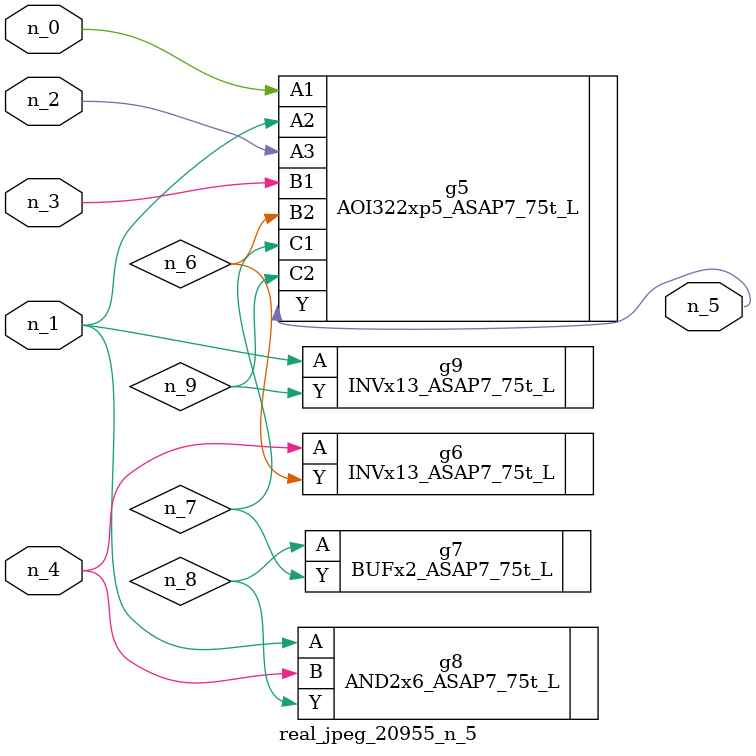
<source format=v>
module real_jpeg_20955_n_5 (n_4, n_0, n_1, n_2, n_3, n_5);

input n_4;
input n_0;
input n_1;
input n_2;
input n_3;

output n_5;

wire n_8;
wire n_6;
wire n_7;
wire n_9;

AOI322xp5_ASAP7_75t_L g5 ( 
.A1(n_0),
.A2(n_1),
.A3(n_2),
.B1(n_3),
.B2(n_6),
.C1(n_7),
.C2(n_9),
.Y(n_5)
);

AND2x6_ASAP7_75t_L g8 ( 
.A(n_1),
.B(n_4),
.Y(n_8)
);

INVx13_ASAP7_75t_L g9 ( 
.A(n_1),
.Y(n_9)
);

INVx13_ASAP7_75t_L g6 ( 
.A(n_4),
.Y(n_6)
);

BUFx2_ASAP7_75t_L g7 ( 
.A(n_8),
.Y(n_7)
);


endmodule
</source>
